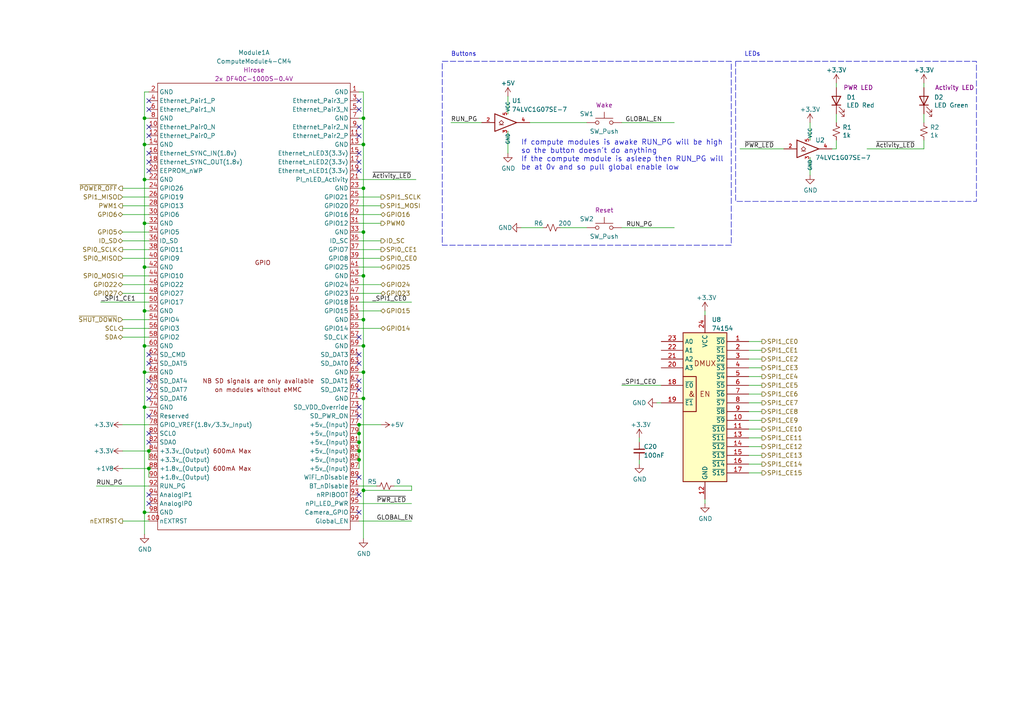
<source format=kicad_sch>
(kicad_sch (version 20230121) (generator eeschema)
  (paper "A4")
  (lib_symbols
    (symbol "74lvc1g07:74LVC1G07"
      (property "Reference" "U" (at -2.54 3.81 0))
      (property "Value" "74LVC1G07" (at 0 -3.81 0))
      (symbol "74LVC1G07_0_1"
        (polyline (pts (xy -2.54 -0.635) (xy -1.27 -0.635)))
        (polyline (pts (xy -3.81 2.54) (xy -3.81 -2.54) (xy 2.54 0) (xy -3.81 2.54)) (stroke (width 0.254)))
        (polyline (pts (xy -1.905 0.635) (xy -2.54 0) (xy -1.905 -0.635) (xy -1.27 0) (xy -1.905 0.635)))
      )
      (symbol "74LVC1G07_1_1"
        (pin input line (at -7.62 0 0) (length 3.81) (name "~") (number "2"))
        (pin power_in line (at 0 -2.54 270) (length 0) (name "GND") (number "3"))
        (pin open_collector line (at 6.35 0 180) (length 3.81) (name "~") (number "4"))
        (pin power_in line (at 0 2.54 90) (length 0) (name "VCC") (number "5"))
      )
    )
    (symbol "74xx_IEEE:74154"
      (property "Reference" "U" (at 6.35 25.4 0))
      (property "Value" "74154" (at 7.62 -21.59 0))
      (symbol "74154_0_0"
        (rectangle (start -6.35 22.86) (end 6.35 -20.32) (stroke (width 0.254)) (fill (type background)))
        (polyline (pts (xy -6.35 10.16) (xy -2.54 10.16) (xy -2.54 0) (xy -6.35 0) (xy -6.35 0)) (stroke (width 0.254)) (fill (type background)))
        (text "&" (at -3.81 5.08 0) (effects (font (size 1.524 1.524))))
        (text "DMUX" (at 0 13.97 0) (effects (font (size 1.524 1.524))))
        (text "EN" (at 0 5.08 0) (effects (font (size 1.524 1.524))))
        (pin power_in line (at 0 -25.4 90) (length 5.08) (name "GND") (number "12"))
        (pin power_in line (at 0 27.94 270) (length 5.08) (name "VCC") (number "24"))
      )
      (symbol "74154_1_1"
        (pin output line (at 12.7 20.32 180) (length 6.35) (name "~{S0}") (number "1"))
        (pin output line (at 12.7 -2.54 180) (length 6.35) (name "~{S9}") (number "10"))
        (pin output line (at 12.7 -5.08 180) (length 6.35) (name "~{S10}") (number "11"))
        (pin output line (at 12.7 -7.62 180) (length 6.35) (name "~{S11}") (number "13"))
        (pin output line (at 12.7 -10.16 180) (length 6.35) (name "~{S12}") (number "14"))
        (pin input line (at 12.7 -12.7 180) (length 6.35) (name "~{S13}") (number "15"))
        (pin output line (at 12.7 -15.24 180) (length 6.35) (name "~{S14}") (number "16"))
        (pin output line (at 12.7 -17.78 180) (length 6.35) (name "~{S15}") (number "17"))
        (pin input line (at -12.7 7.62 0) (length 6.35) (name "~{E0}") (number "18"))
        (pin input line (at -12.7 2.54 0) (length 6.35) (name "~{E1}") (number "19"))
        (pin output line (at 12.7 17.78 180) (length 6.35) (name "~{S1}") (number "2"))
        (pin input line (at -12.7 12.7 0) (length 6.35) (name "A3") (number "20"))
        (pin input line (at -12.7 15.24 0) (length 6.35) (name "A2") (number "21"))
        (pin input line (at -12.7 17.78 0) (length 6.35) (name "A1") (number "22"))
        (pin input line (at -12.7 20.32 0) (length 6.35) (name "A0") (number "23"))
        (pin output line (at 12.7 15.24 180) (length 6.35) (name "~{S2}") (number "3"))
        (pin output line (at 12.7 12.7 180) (length 6.35) (name "~{S3}") (number "4"))
        (pin output line (at 12.7 10.16 180) (length 6.35) (name "~{S4}") (number "5"))
        (pin output line (at 12.7 7.62 180) (length 6.35) (name "~{S5}") (number "6"))
        (pin output line (at 12.7 5.08 180) (length 6.35) (name "~{S6}") (number "7"))
        (pin output line (at 12.7 2.54 180) (length 6.35) (name "~{S7}") (number "8"))
        (pin output line (at 12.7 0 180) (length 6.35) (name "~{S8}") (number "9"))
      )
    )
    (symbol "Device:C_Small" (pin_numbers hide) (pin_names (offset 0.254) hide)
      (property "Reference" "C" (at 0.254 1.778 0))
      (property "Value" "C_Small" (at 0.254 -2.032 0))
      (symbol "C_Small_0_1"
        (polyline (pts (xy -1.524 -0.508) (xy 1.524 -0.508)) (stroke (width 0.3302)))
        (polyline (pts (xy -1.524 0.508) (xy 1.524 0.508)) (stroke (width 0.3048)))
      )
      (symbol "C_Small_1_1"
        (pin passive line (at 0 2.54 270) (length 2.032) (name "~") (number "1"))
        (pin passive line (at 0 -2.54 90) (length 2.032) (name "~") (number "2"))
      )
    )
    (symbol "Device:LED" (pin_numbers hide) (pin_names hide)
      (property "Reference" "D" (at 0 2.54 0))
      (property "Value" "LED" (at 0 -2.54 0))
      (symbol "LED_0_1"
        (polyline (pts (xy -1.27 -1.27) (xy -1.27 1.27)) (stroke (width 0.254)))
        (polyline (pts (xy -1.27 0) (xy 1.27 0)))
        (polyline (pts (xy 1.27 -1.27) (xy 1.27 1.27) (xy -1.27 0) (xy 1.27 -1.27)) (stroke (width 0.254)))
        (polyline (pts (xy -3.048 -0.762) (xy -4.572 -2.286) (xy -3.81 -2.286) (xy -4.572 -2.286) (xy -4.572 -1.524)))
        (polyline (pts (xy -1.778 -0.762) (xy -3.302 -2.286) (xy -2.54 -2.286) (xy -3.302 -2.286) (xy -3.302 -1.524)))
      )
      (symbol "LED_1_1"
        (pin passive line (at -3.81 0 0) (length 2.54) (name "K") (number "1"))
        (pin passive line (at 3.81 0 180) (length 2.54) (name "A") (number "2"))
      )
    )
    (symbol "Device:R_Small_US" (pin_numbers hide) (pin_names (offset 0.254) hide)
      (property "Reference" "R" (at 0.762 0.508 0))
      (property "Value" "R_Small_US" (at 0.762 -1.016 0))
      (symbol "R_Small_US_1_1"
        (polyline (pts (xy 0 0) (xy 1.016 -0.381) (xy 0 -0.762) (xy -1.016 -1.143) (xy 0 -1.524)))
        (polyline (pts (xy 0 1.524) (xy 1.016 1.143) (xy 0 0.762) (xy -1.016 0.381) (xy 0 0)))
        (pin passive line (at 0 2.54 270) (length 1.016) (name "~") (number "1"))
        (pin passive line (at 0 -2.54 90) (length 1.016) (name "~") (number "2"))
      )
    )
    (symbol "GND_1" (power) (pin_names (offset 0))
      (property "Value" "GND_1" (at 0 -3.81 0))
      (symbol "GND_1_0_1"
        (polyline (pts (xy 0 0) (xy 0 -1.27) (xy 1.27 -1.27) (xy 0 -2.54) (xy -1.27 -1.27) (xy 0 -1.27)))
      )
      (symbol "GND_1_1_1"
        (pin power_in line (at 0 0 270) (length 0) hide (name "GND") (number "1"))
      )
    )
    (symbol "Switch:SW_Push" (pin_numbers hide) (pin_names (offset 1.016) hide)
      (property "Reference" "SW" (at 1.27 2.54 0))
      (property "Value" "SW_Push" (at 0 -1.524 0))
      (symbol "SW_Push_0_1"
        (circle (center -2.032 0) (radius 0.508))
        (polyline (pts (xy 0 1.27) (xy 0 3.048)))
        (polyline (pts (xy 2.54 1.27) (xy -2.54 1.27)))
        (circle (center 2.032 0) (radius 0.508))
        (pin passive line (at -5.08 0 0) (length 2.54) (name "1") (number "1"))
        (pin passive line (at 5.08 0 180) (length 2.54) (name "2") (number "2"))
      )
    )
    (symbol "cm4:ComputeModule4-CM4"
      (property "Reference" "Module" (at 113.03 -68.58 0))
      (property "Value" "ComputeModule4-CM4" (at 140.97 2.54 0))
      (property "Field4" "Hirose" (at 0 0 0))
      (property "Field5" "2x DF40C-100DS-0.4V" (at 0 -2.54 0))
      (symbol "ComputeModule4-CM4_1_0"
        (text "GPIO" (at 0 6.35 0) (effects (font (size 1.27 1.27))))
      )
      (symbol "ComputeModule4-CM4_1_1"
        (rectangle (start -30.48 -71.12) (end 25.4 58.42))
        (text "600mA Max" (at -8.89 -53.34 0) (effects (font (size 1.27 1.27))))
        (text "600mA Max" (at -8.89 -48.26 0) (effects (font (size 1.27 1.27))))
        (text "NB SD signals are only available" (at -1.27 -27.94 0) (effects (font (size 1.27 1.27))))
        (text "on modules without eMMC" (at -1.27 -30.48 0) (effects (font (size 1.27 1.27))))
        (pin power_in line (at 27.94 55.88 180) (length 2.54) (name "GND") (number "1"))
        (pin passive line (at -33.02 45.72 0) (length 2.54) (name "Ethernet_Pair0_N") (number "10"))
        (pin output line (at -33.02 -68.58 0) (length 2.54) (name "nEXTRST") (number "100"))
        (pin passive line (at 27.94 43.18 180) (length 2.54) (name "Ethernet_Pair2_P") (number "11"))
        (pin passive line (at -33.02 43.18 0) (length 2.54) (name "Ethernet_Pair0_P") (number "12"))
        (pin power_in line (at 27.94 40.64 180) (length 2.54) (name "GND") (number "13"))
        (pin power_in line (at -33.02 40.64 0) (length 2.54) (name "GND") (number "14"))
        (pin output line (at 27.94 38.1 180) (length 2.54) (name "Ethernet_nLED3(3.3v)") (number "15"))
        (pin input line (at -33.02 38.1 0) (length 2.54) (name "Ethernet_SYNC_IN(1.8v)") (number "16"))
        (pin output line (at 27.94 35.56 180) (length 2.54) (name "Ethernet_nLED2(3.3v)") (number "17"))
        (pin input line (at -33.02 35.56 0) (length 2.54) (name "Ethernet_SYNC_OUT(1.8v)") (number "18"))
        (pin output line (at 27.94 33.02 180) (length 2.54) (name "Ethernet_nLED1(3.3v)") (number "19"))
        (pin power_in line (at -33.02 55.88 0) (length 2.54) (name "GND") (number "2"))
        (pin passive line (at -33.02 33.02 0) (length 2.54) (name "EEPROM_nWP") (number "20"))
        (pin open_collector line (at 27.94 30.48 180) (length 2.54) (name "PI_nLED_Activity") (number "21"))
        (pin power_in line (at -33.02 30.48 0) (length 2.54) (name "GND") (number "22"))
        (pin power_in line (at 27.94 27.94 180) (length 2.54) (name "GND") (number "23"))
        (pin passive line (at -33.02 27.94 0) (length 2.54) (name "GPIO26") (number "24"))
        (pin passive line (at 27.94 25.4 180) (length 2.54) (name "GPIO21") (number "25"))
        (pin passive line (at -33.02 25.4 0) (length 2.54) (name "GPIO19") (number "26"))
        (pin passive line (at 27.94 22.86 180) (length 2.54) (name "GPIO20") (number "27"))
        (pin passive line (at -33.02 22.86 0) (length 2.54) (name "GPIO13") (number "28"))
        (pin passive line (at 27.94 20.32 180) (length 2.54) (name "GPIO16") (number "29"))
        (pin passive line (at 27.94 53.34 180) (length 2.54) (name "Ethernet_Pair3_P") (number "3"))
        (pin passive line (at -33.02 20.32 0) (length 2.54) (name "GPIO6") (number "30"))
        (pin passive line (at 27.94 17.78 180) (length 2.54) (name "GPIO12") (number "31"))
        (pin power_in line (at -33.02 17.78 0) (length 2.54) (name "GND") (number "32"))
        (pin power_in line (at 27.94 15.24 180) (length 2.54) (name "GND") (number "33"))
        (pin passive line (at -33.02 15.24 0) (length 2.54) (name "GPIO5") (number "34"))
        (pin passive line (at 27.94 12.7 180) (length 2.54) (name "ID_SC") (number "35"))
        (pin passive line (at -33.02 12.7 0) (length 2.54) (name "ID_SD") (number "36"))
        (pin passive line (at 27.94 10.16 180) (length 2.54) (name "GPIO7") (number "37"))
        (pin passive line (at -33.02 10.16 0) (length 2.54) (name "GPIO11") (number "38"))
        (pin passive line (at 27.94 7.62 180) (length 2.54) (name "GPIO8") (number "39"))
        (pin passive line (at -33.02 53.34 0) (length 2.54) (name "Ethernet_Pair1_P") (number "4"))
        (pin passive line (at -33.02 7.62 0) (length 2.54) (name "GPIO9") (number "40"))
        (pin passive line (at 27.94 5.08 180) (length 2.54) (name "GPIO25") (number "41"))
        (pin power_in line (at -33.02 5.08 0) (length 2.54) (name "GND") (number "42"))
        (pin power_in line (at 27.94 2.54 180) (length 2.54) (name "GND") (number "43"))
        (pin passive line (at -33.02 2.54 0) (length 2.54) (name "GPIO10") (number "44"))
        (pin passive line (at 27.94 0 180) (length 2.54) (name "GPIO24") (number "45"))
        (pin passive line (at -33.02 0 0) (length 2.54) (name "GPIO22") (number "46"))
        (pin passive line (at 27.94 -2.54 180) (length 2.54) (name "GPIO23") (number "47"))
        (pin passive line (at -33.02 -2.54 0) (length 2.54) (name "GPIO27") (number "48"))
        (pin passive line (at 27.94 -5.08 180) (length 2.54) (name "GPIO18") (number "49"))
        (pin passive line (at 27.94 50.8 180) (length 2.54) (name "Ethernet_Pair3_N") (number "5"))
        (pin passive line (at -33.02 -5.08 0) (length 2.54) (name "GPIO17") (number "50"))
        (pin passive line (at 27.94 -7.62 180) (length 2.54) (name "GPIO15") (number "51"))
        (pin power_in line (at -33.02 -7.62 0) (length 2.54) (name "GND") (number "52"))
        (pin power_in line (at 27.94 -10.16 180) (length 2.54) (name "GND") (number "53"))
        (pin passive line (at -33.02 -10.16 0) (length 2.54) (name "GPIO4") (number "54"))
        (pin passive line (at 27.94 -12.7 180) (length 2.54) (name "GPIO14") (number "55"))
        (pin passive line (at -33.02 -12.7 0) (length 2.54) (name "GPIO3") (number "56"))
        (pin passive line (at 27.94 -15.24 180) (length 2.54) (name "SD_CLK") (number "57"))
        (pin passive line (at -33.02 -15.24 0) (length 2.54) (name "GPIO2") (number "58"))
        (pin power_in line (at 27.94 -17.78 180) (length 2.54) (name "GND") (number "59"))
        (pin passive line (at -33.02 50.8 0) (length 2.54) (name "Ethernet_Pair1_N") (number "6"))
        (pin power_in line (at -33.02 -17.78 0) (length 2.54) (name "GND") (number "60"))
        (pin passive line (at 27.94 -20.32 180) (length 2.54) (name "SD_DAT3") (number "61"))
        (pin passive line (at -33.02 -20.32 0) (length 2.54) (name "SD_CMD") (number "62"))
        (pin passive line (at 27.94 -22.86 180) (length 2.54) (name "SD_DAT0") (number "63"))
        (pin passive line (at -33.02 -22.86 0) (length 2.54) (name "SD_DAT5") (number "64"))
        (pin power_in line (at 27.94 -25.4 180) (length 2.54) (name "GND") (number "65"))
        (pin power_in line (at -33.02 -25.4 0) (length 2.54) (name "GND") (number "66"))
        (pin passive line (at 27.94 -27.94 180) (length 2.54) (name "SD_DAT1") (number "67"))
        (pin passive line (at -33.02 -27.94 0) (length 2.54) (name "SD_DAT4") (number "68"))
        (pin passive line (at 27.94 -30.48 180) (length 2.54) (name "SD_DAT2") (number "69"))
        (pin power_in line (at 27.94 48.26 180) (length 2.54) (name "GND") (number "7"))
        (pin passive line (at -33.02 -30.48 0) (length 2.54) (name "SD_DAT7") (number "70"))
        (pin power_in line (at 27.94 -33.02 180) (length 2.54) (name "GND") (number "71"))
        (pin passive line (at -33.02 -33.02 0) (length 2.54) (name "SD_DAT6") (number "72"))
        (pin input line (at 27.94 -35.56 180) (length 2.54) (name "SD_VDD_Override") (number "73"))
        (pin power_in line (at -33.02 -35.56 0) (length 2.54) (name "GND") (number "74"))
        (pin output line (at 27.94 -38.1 180) (length 2.54) (name "SD_PWR_ON") (number "75"))
        (pin passive line (at -33.02 -38.1 0) (length 2.54) (name "Reserved") (number "76"))
        (pin power_in line (at 27.94 -40.64 180) (length 2.54) (name "+5v_(Input)") (number "77"))
        (pin power_in line (at -33.02 -40.64 0) (length 2.54) (name "GPIO_VREF(1.8v/3.3v_Input)") (number "78"))
        (pin power_in line (at 27.94 -43.18 180) (length 2.54) (name "+5v_(Input)") (number "79"))
        (pin power_in line (at -33.02 48.26 0) (length 2.54) (name "GND") (number "8"))
        (pin passive line (at -33.02 -43.18 0) (length 2.54) (name "SCL0") (number "80"))
        (pin power_in line (at 27.94 -45.72 180) (length 2.54) (name "+5v_(Input)") (number "81"))
        (pin passive line (at -33.02 -45.72 0) (length 2.54) (name "SDA0") (number "82"))
        (pin power_in line (at 27.94 -48.26 180) (length 2.54) (name "+5v_(Input)") (number "83"))
        (pin power_out line (at -33.02 -48.26 0) (length 2.54) (name "+3.3v_(Output)") (number "84"))
        (pin power_in line (at 27.94 -50.8 180) (length 2.54) (name "+5v_(Input)") (number "85"))
        (pin power_out line (at -33.02 -50.8 0) (length 2.54) (name "+3.3v_(Output)") (number "86"))
        (pin power_in line (at 27.94 -53.34 180) (length 2.54) (name "+5v_(Input)") (number "87"))
        (pin power_out line (at -33.02 -53.34 0) (length 2.54) (name "+1.8v_(Output)") (number "88"))
        (pin power_in line (at 27.94 -55.88 180) (length 2.54) (name "WiFi_nDisable") (number "89"))
        (pin passive line (at 27.94 45.72 180) (length 2.54) (name "Ethernet_Pair2_N") (number "9"))
        (pin power_out line (at -33.02 -55.88 0) (length 2.54) (name "+1.8v_(Output)") (number "90"))
        (pin power_in line (at 27.94 -58.42 180) (length 2.54) (name "BT_nDisable") (number "91"))
        (pin passive line (at -33.02 -58.42 0) (length 2.54) (name "RUN_PG") (number "92"))
        (pin input line (at 27.94 -60.96 180) (length 2.54) (name "nRPIBOOT") (number "93"))
        (pin passive line (at -33.02 -60.96 0) (length 2.54) (name "AnalogIP1") (number "94"))
        (pin output line (at 27.94 -63.5 180) (length 2.54) (name "nPI_LED_PWR") (number "95"))
        (pin passive line (at -33.02 -63.5 0) (length 2.54) (name "AnalogIP0") (number "96"))
        (pin passive line (at 27.94 -66.04 180) (length 2.54) (name "Camera_GPIO") (number "97"))
        (pin power_in line (at -33.02 -66.04 0) (length 2.54) (name "GND") (number "98"))
        (pin input line (at 27.94 -68.58 180) (length 2.54) (name "Global_EN") (number "99"))
      )
      (symbol "ComputeModule4-CM4_2_1"
        (rectangle (start 114.3 -66.04) (end 165.1 63.5))
        (text "High Speed Serial" (at 140.97 0 0) (effects (font (size 1.27 1.27))))
        (pin input line (at 170.18 60.96 180) (length 5.08) (name "USB_OTG_ID") (number "101"))
        (pin input line (at 109.22 60.96 0) (length 5.08) (name "PCIe_CLK_nREQ") (number "102"))
        (pin passive line (at 170.18 58.42 180) (length 5.08) (name "USB2_N") (number "103"))
        (pin passive line (at 109.22 58.42 0) (length 5.08) (name "Reserved") (number "104"))
        (pin passive line (at 170.18 55.88 180) (length 5.08) (name "USB2_P") (number "105"))
        (pin passive line (at 109.22 55.88 0) (length 5.08) (name "Reserved") (number "106"))
        (pin power_in line (at 170.18 53.34 180) (length 5.08) (name "GND") (number "107"))
        (pin power_in line (at 109.22 53.34 0) (length 5.08) (name "GND") (number "108"))
        (pin bidirectional line (at 170.18 50.8 180) (length 5.08) (name "PCIe_nRST") (number "109"))
        (pin output line (at 109.22 50.8 0) (length 5.08) (name "PCIe_CLK_P") (number "110"))
        (pin passive line (at 170.18 48.26 180) (length 5.08) (name "VDAC_COMP") (number "111"))
        (pin output line (at 109.22 48.26 0) (length 5.08) (name "PCIe_CLK_N") (number "112"))
        (pin power_in line (at 170.18 45.72 180) (length 5.08) (name "GND") (number "113"))
        (pin power_in line (at 109.22 45.72 0) (length 5.08) (name "GND") (number "114"))
        (pin input line (at 170.18 43.18 180) (length 5.08) (name "CAM1_D0_N") (number "115"))
        (pin input line (at 109.22 43.18 0) (length 5.08) (name "PCIe_RX_P") (number "116"))
        (pin input line (at 170.18 40.64 180) (length 5.08) (name "CAM1_D0_P") (number "117"))
        (pin input line (at 109.22 40.64 0) (length 5.08) (name "PCIe_RX_N") (number "118"))
        (pin power_in line (at 170.18 38.1 180) (length 5.08) (name "GND") (number "119"))
        (pin power_in line (at 109.22 38.1 0) (length 5.08) (name "GND") (number "120"))
        (pin input line (at 170.18 35.56 180) (length 5.08) (name "CAM1_D1_N") (number "121"))
        (pin output line (at 109.22 35.56 0) (length 5.08) (name "PCIe_TX_P") (number "122"))
        (pin input line (at 170.18 33.02 180) (length 5.08) (name "CAM1_D1_P") (number "123"))
        (pin output line (at 109.22 33.02 0) (length 5.08) (name "PCIe_TX_N") (number "124"))
        (pin power_in line (at 170.18 30.48 180) (length 5.08) (name "GND") (number "125"))
        (pin power_in line (at 109.22 30.48 0) (length 5.08) (name "GND") (number "126"))
        (pin input line (at 170.18 27.94 180) (length 5.08) (name "CAM1_C_N") (number "127"))
        (pin input line (at 109.22 27.94 0) (length 5.08) (name "CAM0_D0_N") (number "128"))
        (pin input line (at 170.18 25.4 180) (length 5.08) (name "CAM1_C_P") (number "129"))
        (pin input line (at 109.22 25.4 0) (length 5.08) (name "CAM0_D0_P") (number "130"))
        (pin power_in line (at 170.18 22.86 180) (length 5.08) (name "GND") (number "131"))
        (pin power_in line (at 109.22 22.86 0) (length 5.08) (name "GND") (number "132"))
        (pin input line (at 170.18 20.32 180) (length 5.08) (name "CAM1_D2_N") (number "133"))
        (pin input line (at 109.22 20.32 0) (length 5.08) (name "CAM0_D1_N") (number "134"))
        (pin input line (at 170.18 17.78 180) (length 5.08) (name "CAM1_D2_P") (number "135"))
        (pin input line (at 109.22 17.78 0) (length 5.08) (name "CAM0_D1_P") (number "136"))
        (pin power_in line (at 170.18 15.24 180) (length 5.08) (name "GND") (number "137"))
        (pin power_in line (at 109.22 15.24 0) (length 5.08) (name "GND") (number "138"))
        (pin input line (at 170.18 12.7 180) (length 5.08) (name "CAM1_D3_N") (number "139"))
        (pin input line (at 109.22 12.7 0) (length 5.08) (name "CAM0_C_N") (number "140"))
        (pin input line (at 170.18 10.16 180) (length 5.08) (name "CAM1_D3_P") (number "141"))
        (pin input line (at 109.22 10.16 0) (length 5.08) (name "CAM0_C_P") (number "142"))
        (pin input line (at 170.18 7.62 180) (length 5.08) (name "HDMI1_HOTPLUG") (number "143"))
        (pin power_in line (at 109.22 7.62 0) (length 5.08) (name "GND") (number "144"))
        (pin bidirectional line (at 170.18 5.08 180) (length 5.08) (name "HDMI1_SDA") (number "145"))
        (pin output line (at 109.22 5.08 0) (length 5.08) (name "HDMI1_TX2_P") (number "146"))
        (pin open_collector line (at 170.18 2.54 180) (length 5.08) (name "HDMI1_SCL") (number "147"))
        (pin output line (at 109.22 2.54 0) (length 5.08) (name "HDMI1_TX2_N") (number "148"))
        (pin open_collector line (at 170.18 0 180) (length 5.08) (name "HDMI1_CEC") (number "149"))
        (pin power_in line (at 109.22 0 0) (length 5.08) (name "GND") (number "150"))
        (pin open_collector line (at 170.18 -2.54 180) (length 5.08) (name "HDMI0_CEC") (number "151"))
        (pin output line (at 109.22 -2.54 0) (length 5.08) (name "HDMI1_TX1_P") (number "152"))
        (pin input line (at 170.18 -5.08 180) (length 5.08) (name "HDMI0_HOTPLUG") (number "153"))
        (pin output line (at 109.22 -5.08 0) (length 5.08) (name "HDMI1_TX1_N") (number "154"))
        (pin power_in line (at 170.18 -7.62 180) (length 5.08) (name "GND") (number "155"))
        (pin power_in line (at 109.22 -7.62 0) (length 5.08) (name "GND") (number "156"))
        (pin output line (at 170.18 -10.16 180) (length 5.08) (name "DSI0_D0_N") (number "157"))
        (pin output line (at 109.22 -10.16 0) (length 5.08) (name "HDMI1_TX0_P") (number "158"))
        (pin output line (at 170.18 -12.7 180) (length 5.08) (name "DSI0_D0_P") (number "159"))
        (pin output line (at 109.22 -12.7 0) (length 5.08) (name "HDMI1_TX0_N") (number "160"))
        (pin power_in line (at 170.18 -15.24 180) (length 5.08) (name "GND") (number "161"))
        (pin power_in line (at 109.22 -15.24 0) (length 5.08) (name "GND") (number "162"))
        (pin output line (at 170.18 -17.78 180) (length 5.08) (name "DSI0_D1_N") (number "163"))
        (pin output line (at 109.22 -17.78 0) (length 5.08) (name "HDMI1_CLK_P") (number "164"))
        (pin output line (at 170.18 -20.32 180) (length 5.08) (name "DSI0_D1_P") (number "165"))
        (pin output line (at 109.22 -20.32 0) (length 5.08) (name "HDMI1_CLK_N") (number "166"))
        (pin power_in line (at 170.18 -22.86 180) (length 5.08) (name "GND") (number "167"))
        (pin power_in line (at 109.22 -22.86 0) (length 5.08) (name "GND") (number "168"))
        (pin output line (at 170.18 -25.4 180) (length 5.08) (name "DSI0_C_N") (number "169"))
        (pin output line (at 109.22 -25.4 0) (length 5.08) (name "HDMI0_TX2_P") (number "170"))
        (pin output line (at 170.18 -27.94 180) (length 5.08) (name "DSI0_C_P") (number "171"))
        (pin output line (at 109.22 -27.94 0) (length 5.08) (name "HDMI0_TX2_N") (number "172"))
        (pin power_in line (at 170.18 -30.48 180) (length 5.08) (name "GND") (number "173"))
        (pin power_in line (at 109.22 -30.48 0) (length 5.08) (name "GND") (number "174"))
        (pin output line (at 170.18 -33.02 180) (length 5.08) (name "DSI1_D0_N") (number "175"))
        (pin output line (at 109.22 -33.02 0) (length 5.08) (name "HDMI0_TX1_P") (number "176"))
        (pin output line (at 170.18 -35.56 180) (length 5.08) (name "DSI1_D0_P") (number "177"))
        (pin output line (at 109.22 -35.56 0) (length 5.08) (name "HDMI0_TX1_N") (number "178"))
        (pin power_in line (at 170.18 -38.1 180) (length 5.08) (name "GND") (number "179"))
        (pin power_in line (at 109.22 -38.1 0) (length 5.08) (name "GND") (number "180"))
        (pin output line (at 170.18 -40.64 180) (length 5.08) (name "DSI1_D1_N") (number "181"))
        (pin output line (at 109.22 -40.64 0) (length 5.08) (name "HDMI0_TX0_P") (number "182"))
        (pin output line (at 170.18 -43.18 180) (length 5.08) (name "DSI1_D1_P") (number "183"))
        (pin output line (at 109.22 -43.18 0) (length 5.08) (name "HDMI0_TX0_N") (number "184"))
        (pin power_in line (at 170.18 -45.72 180) (length 5.08) (name "GND") (number "185"))
        (pin power_in line (at 109.22 -45.72 0) (length 5.08) (name "GND") (number "186"))
        (pin output line (at 170.18 -48.26 180) (length 5.08) (name "DSI1_C_N") (number "187"))
        (pin output line (at 109.22 -48.26 0) (length 5.08) (name "HDMI0_CLK_P") (number "188"))
        (pin output line (at 170.18 -50.8 180) (length 5.08) (name "DSI1_C_P") (number "189"))
        (pin output line (at 109.22 -50.8 0) (length 5.08) (name "HDMI0_CLK_N") (number "190"))
        (pin power_in line (at 170.18 -53.34 180) (length 5.08) (name "GND") (number "191"))
        (pin power_in line (at 109.22 -53.34 0) (length 5.08) (name "GND") (number "192"))
        (pin output line (at 170.18 -55.88 180) (length 5.08) (name "DSI1_D2_N") (number "193"))
        (pin output line (at 109.22 -55.88 0) (length 5.08) (name "DSI1_D3_N") (number "194"))
        (pin output line (at 170.18 -58.42 180) (length 5.08) (name "DSI1_D2_P") (number "195"))
        (pin output line (at 109.22 -58.42 0) (length 5.08) (name "DSI1_D3_P") (number "196"))
        (pin power_in line (at 170.18 -60.96 180) (length 5.08) (name "GND") (number "197"))
        (pin power_in line (at 109.22 -60.96 0) (length 5.08) (name "GND") (number "198"))
        (pin bidirectional line (at 170.18 -63.5 180) (length 5.08) (name "HDMI0_SDA") (number "199"))
        (pin open_collector line (at 109.22 -63.5 0) (length 5.08) (name "HDMI0_SCL") (number "200"))
      )
    )
    (symbol "power:+1V8" (power) (pin_names (offset 0))
      (property "Value" "+1V8" (at 0 3.556 0))
      (symbol "+1V8_0_1"
        (polyline (pts (xy -0.762 1.27) (xy 0 2.54)))
        (polyline (pts (xy 0 0) (xy 0 2.54)))
        (polyline (pts (xy 0 2.54) (xy 0.762 1.27)))
      )
      (symbol "+1V8_1_1"
        (pin power_in line (at 0 0 90) (length 0) hide (name "+1V8") (number "1"))
      )
    )
    (symbol "power:+3.3V" (power) (pin_names (offset 0))
      (property "Value" "+3.3V" (at 0 3.556 0))
      (symbol "+3.3V_0_1"
        (polyline (pts (xy -0.762 1.27) (xy 0 2.54)))
        (polyline (pts (xy 0 0) (xy 0 2.54)))
        (polyline (pts (xy 0 2.54) (xy 0.762 1.27)))
      )
      (symbol "+3.3V_1_1"
        (pin power_in line (at 0 0 90) (length 0) hide (name "+3.3V") (number "1"))
      )
    )
    (symbol "power:+5V" (power) (pin_names (offset 0))
      (property "Value" "+5V" (at 0 3.556 0))
      (symbol "+5V_0_1"
        (polyline (pts (xy -0.762 1.27) (xy 0 2.54)))
        (polyline (pts (xy 0 0) (xy 0 2.54)))
        (polyline (pts (xy 0 2.54) (xy 0.762 1.27)))
      )
      (symbol "+5V_1_1"
        (pin power_in line (at 0 0 90) (length 0) hide (name "+5V") (number "1"))
      )
    )
    (symbol "power:GND" (power) (pin_names (offset 0))
      (property "Value" "GND" (at 0 -3.81 0))
      (symbol "GND_0_1"
        (polyline (pts (xy 0 0) (xy 0 -1.27) (xy 1.27 -1.27) (xy 0 -2.54) (xy -1.27 -1.27) (xy 0 -1.27)))
      )
      (symbol "GND_1_1"
        (pin power_in line (at 0 0 270) (length 0) hide (name "GND") (number "1"))
      )
    )
  )
  (junction (at 41.91 118.11))
  (junction (at 41.91 107.95))
  (junction (at 105.41 67.31))
  (junction (at 41.91 41.91))
  (junction (at 105.41 41.91))
  (junction (at 105.41 115.57))
  (junction (at 105.41 142.24))
  (junction (at 41.91 64.77))
  (junction (at 41.91 90.17))
  (junction (at 105.41 80.01))
  (junction (at 104.14 133.35))
  (junction (at 41.91 148.59))
  (junction (at 105.41 34.29))
  (junction (at 104.14 130.81))
  (junction (at 41.91 100.33))
  (junction (at 105.41 54.61))
  (junction (at 104.14 128.27))
  (junction (at 41.91 77.47))
  (junction (at 105.41 107.95))
  (junction (at 105.41 100.33))
  (junction (at 105.41 92.71))
  (junction (at 41.91 34.29))
  (junction (at 104.14 125.73))
  (junction (at 104.14 123.19))
  (junction (at 41.91 52.07))
  (junction (at 43.18 135.89))
  (junction (at 43.18 130.81))
  (no_connect (at 104.14 113.03))
  (no_connect (at 104.14 120.65))
  (no_connect (at 43.18 46.99))
  (no_connect (at 104.14 97.79))
  (no_connect (at 43.18 105.41))
  (no_connect (at 104.14 148.59))
  (no_connect (at 43.18 49.53))
  (no_connect (at 43.18 120.65))
  (no_connect (at 43.18 113.03))
  (no_connect (at 104.14 46.99))
  (no_connect (at 104.14 36.83))
  (no_connect (at 43.18 110.49))
  (no_connect (at 104.14 110.49))
  (no_connect (at 104.14 29.21))
  (no_connect (at 104.14 118.11))
  (no_connect (at 43.18 29.21))
  (no_connect (at 43.18 44.45))
  (no_connect (at 104.14 143.51))
  (no_connect (at 104.14 31.75))
  (no_connect (at 43.18 146.05))
  (no_connect (at 104.14 49.53))
  (no_connect (at 43.18 102.87))
  (no_connect (at 104.14 39.37))
  (no_connect (at 104.14 44.45))
  (no_connect (at 104.14 102.87))
  (no_connect (at 43.18 115.57))
  (no_connect (at 43.18 36.83))
  (no_connect (at 43.18 31.75))
  (no_connect (at 43.18 125.73))
  (no_connect (at 104.14 138.43))
  (no_connect (at 104.14 105.41))
  (no_connect (at 43.18 39.37))
  (no_connect (at 43.18 128.27))
  (no_connect (at 43.18 143.51))
  (wire (pts (xy 41.91 64.77) (xy 41.91 77.47)))
  (wire (pts (xy 104.14 34.29) (xy 105.41 34.29)))
  (wire (pts (xy 105.41 41.91) (xy 105.41 54.61)))
  (wire (pts (xy 119.38 142.24) (xy 105.41 142.24)))
  (wire (pts (xy 214.63 43.18) (xy 227.33 43.18)))
  (wire (pts (xy 41.91 90.17) (xy 43.18 90.17)))
  (wire (pts (xy 185.42 127) (xy 185.42 128.27)))
  (wire (pts (xy 147.32 27.94) (xy 147.32 33.02)))
  (wire (pts (xy 105.41 100.33) (xy 105.41 107.95)))
  (wire (pts (xy 104.14 57.15) (xy 110.49 57.15)))
  (wire (pts (xy 35.56 57.15) (xy 43.18 57.15)))
  (wire (pts (xy 217.17 106.68) (xy 220.98 106.68)))
  (wire (pts (xy 267.97 24.13) (xy 267.97 25.4)))
  (wire (pts (xy 41.91 52.07) (xy 43.18 52.07)))
  (wire (pts (xy 217.17 119.38) (xy 220.98 119.38)))
  (wire (pts (xy 217.17 104.14) (xy 220.98 104.14)))
  (wire (pts (xy 35.56 135.89) (xy 43.18 135.89)))
  (wire (pts (xy 119.38 140.97) (xy 114.3 140.97)))
  (wire (pts (xy 27.94 140.97) (xy 43.18 140.97)))
  (wire (pts (xy 104.14 74.93) (xy 110.49 74.93)))
  (wire (pts (xy 104.14 26.67) (xy 105.41 26.67)))
  (wire (pts (xy 104.14 62.23) (xy 110.49 62.23)))
  (wire (pts (xy 204.47 144.78) (xy 204.47 146.05)))
  (wire (pts (xy 35.56 82.55) (xy 43.18 82.55)))
  (wire (pts (xy 217.17 109.22) (xy 220.98 109.22)))
  (wire (pts (xy 105.41 115.57) (xy 105.41 142.24)))
  (wire (pts (xy 43.18 130.81) (xy 43.18 133.35)))
  (wire (pts (xy 242.57 24.13) (xy 242.57 25.4)))
  (wire (pts (xy 35.56 85.09) (xy 43.18 85.09)))
  (wire (pts (xy 217.17 129.54) (xy 220.98 129.54)))
  (wire (pts (xy 104.14 133.35) (xy 104.14 135.89)))
  (wire (pts (xy 104.14 92.71) (xy 105.41 92.71)))
  (wire (pts (xy 267.97 40.64) (xy 267.97 43.18)))
  (wire (pts (xy 267.97 33.02) (xy 267.97 35.56)))
  (wire (pts (xy 119.38 140.97) (xy 119.38 142.24)))
  (wire (pts (xy 104.14 95.25) (xy 110.49 95.25)))
  (wire (pts (xy 104.14 128.27) (xy 104.14 130.81)))
  (wire (pts (xy 104.14 151.13) (xy 119.38 151.13)))
  (wire (pts (xy 104.14 123.19) (xy 110.49 123.19)))
  (wire (pts (xy 104.14 77.47) (xy 110.49 77.47)))
  (wire (pts (xy 104.14 146.05) (xy 119.38 146.05)))
  (wire (pts (xy 242.57 40.64) (xy 242.57 43.18)))
  (wire (pts (xy 105.41 26.67) (xy 105.41 34.29)))
  (wire (pts (xy 35.56 97.79) (xy 43.18 97.79)))
  (wire (pts (xy 41.91 77.47) (xy 43.18 77.47)))
  (wire (pts (xy 41.91 41.91) (xy 41.91 52.07)))
  (wire (pts (xy 104.14 59.69) (xy 110.49 59.69)))
  (wire (pts (xy 180.34 35.56) (xy 195.58 35.56)))
  (wire (pts (xy 251.46 43.18) (xy 267.97 43.18)))
  (wire (pts (xy 217.17 134.62) (xy 220.98 134.62)))
  (wire (pts (xy 190.5 116.84) (xy 191.77 116.84)))
  (wire (pts (xy 41.91 107.95) (xy 41.91 118.11)))
  (wire (pts (xy 151.13 66.04) (xy 157.48 66.04)))
  (wire (pts (xy 104.14 130.81) (xy 104.14 133.35)))
  (wire (pts (xy 105.41 142.24) (xy 105.41 156.21)))
  (wire (pts (xy 104.14 87.63) (xy 119.38 87.63)))
  (wire (pts (xy 104.14 125.73) (xy 104.14 128.27)))
  (wire (pts (xy 41.91 34.29) (xy 41.91 41.91)))
  (wire (pts (xy 41.91 107.95) (xy 43.18 107.95)))
  (wire (pts (xy 35.56 62.23) (xy 43.18 62.23)))
  (wire (pts (xy 104.14 80.01) (xy 105.41 80.01)))
  (wire (pts (xy 217.17 116.84) (xy 220.98 116.84)))
  (wire (pts (xy 217.17 99.06) (xy 220.98 99.06)))
  (wire (pts (xy 41.91 77.47) (xy 41.91 90.17)))
  (wire (pts (xy 104.14 107.95) (xy 105.41 107.95)))
  (wire (pts (xy 41.91 100.33) (xy 41.91 107.95)))
  (wire (pts (xy 180.34 66.04) (xy 195.58 66.04)))
  (wire (pts (xy 41.91 41.91) (xy 43.18 41.91)))
  (wire (pts (xy 105.41 107.95) (xy 105.41 115.57)))
  (wire (pts (xy 217.17 124.46) (xy 220.98 124.46)))
  (wire (pts (xy 217.17 101.6) (xy 220.98 101.6)))
  (wire (pts (xy 105.41 54.61) (xy 105.41 67.31)))
  (wire (pts (xy 35.56 72.39) (xy 43.18 72.39)))
  (wire (pts (xy 105.41 67.31) (xy 105.41 80.01)))
  (wire (pts (xy 35.56 74.93) (xy 43.18 74.93)))
  (wire (pts (xy 35.56 69.85) (xy 43.18 69.85)))
  (wire (pts (xy 41.91 26.67) (xy 41.91 34.29)))
  (wire (pts (xy 217.17 121.92) (xy 220.98 121.92)))
  (wire (pts (xy 35.56 95.25) (xy 43.18 95.25)))
  (wire (pts (xy 204.47 90.17) (xy 204.47 91.44)))
  (wire (pts (xy 217.17 132.08) (xy 220.98 132.08)))
  (wire (pts (xy 153.67 35.56) (xy 170.18 35.56)))
  (wire (pts (xy 35.56 59.69) (xy 43.18 59.69)))
  (wire (pts (xy 35.56 80.01) (xy 43.18 80.01)))
  (wire (pts (xy 234.95 40.64) (xy 234.95 35.56)))
  (wire (pts (xy 35.56 67.31) (xy 43.18 67.31)))
  (wire (pts (xy 104.14 54.61) (xy 105.41 54.61)))
  (wire (pts (xy 35.56 54.61) (xy 43.18 54.61)))
  (wire (pts (xy 217.17 137.16) (xy 220.98 137.16)))
  (wire (pts (xy 104.14 115.57) (xy 105.41 115.57)))
  (wire (pts (xy 180.34 111.76) (xy 191.77 111.76)))
  (wire (pts (xy 43.18 135.89) (xy 43.18 138.43)))
  (wire (pts (xy 35.56 130.81) (xy 43.18 130.81)))
  (wire (pts (xy 217.17 111.76) (xy 220.98 111.76)))
  (wire (pts (xy 41.91 118.11) (xy 43.18 118.11)))
  (wire (pts (xy 43.18 26.67) (xy 41.91 26.67)))
  (wire (pts (xy 104.14 123.19) (xy 104.14 125.73)))
  (wire (pts (xy 130.81 35.56) (xy 139.7 35.56)))
  (wire (pts (xy 41.91 148.59) (xy 41.91 154.94)))
  (wire (pts (xy 104.14 100.33) (xy 105.41 100.33)))
  (wire (pts (xy 41.91 90.17) (xy 41.91 100.33)))
  (wire (pts (xy 147.32 38.1) (xy 147.32 44.45)))
  (wire (pts (xy 41.91 34.29) (xy 43.18 34.29)))
  (wire (pts (xy 104.14 41.91) (xy 105.41 41.91)))
  (wire (pts (xy 242.57 33.02) (xy 242.57 35.56)))
  (wire (pts (xy 41.91 100.33) (xy 43.18 100.33)))
  (wire (pts (xy 217.17 114.3) (xy 220.98 114.3)))
  (wire (pts (xy 104.14 52.07) (xy 120.65 52.07)))
  (wire (pts (xy 105.41 80.01) (xy 105.41 92.71)))
  (wire (pts (xy 104.14 69.85) (xy 110.49 69.85)))
  (wire (pts (xy 104.14 67.31) (xy 105.41 67.31)))
  (wire (pts (xy 104.14 90.17) (xy 110.49 90.17)))
  (wire (pts (xy 185.42 133.35) (xy 185.42 134.62)))
  (wire (pts (xy 35.56 92.71) (xy 43.18 92.71)))
  (wire (pts (xy 35.56 123.19) (xy 43.18 123.19)))
  (wire (pts (xy 104.14 82.55) (xy 110.49 82.55)))
  (wire (pts (xy 105.41 92.71) (xy 105.41 100.33)))
  (wire (pts (xy 104.14 72.39) (xy 110.49 72.39)))
  (wire (pts (xy 41.91 52.07) (xy 41.91 64.77)))
  (wire (pts (xy 242.57 43.18) (xy 241.3 43.18)))
  (wire (pts (xy 41.91 148.59) (xy 43.18 148.59)))
  (wire (pts (xy 29.21 87.63) (xy 43.18 87.63)))
  (wire (pts (xy 104.14 85.09) (xy 110.49 85.09)))
  (wire (pts (xy 162.56 66.04) (xy 170.18 66.04)))
  (wire (pts (xy 105.41 34.29) (xy 105.41 41.91)))
  (wire (pts (xy 104.14 64.77) (xy 110.49 64.77)))
  (wire (pts (xy 234.95 45.72) (xy 234.95 50.8)))
  (wire (pts (xy 217.17 127) (xy 220.98 127)))
  (wire (pts (xy 35.56 151.13) (xy 43.18 151.13)))
  (wire (pts (xy 104.14 140.97) (xy 109.22 140.97)))
  (wire (pts (xy 41.91 64.77) (xy 43.18 64.77)))
  (wire (pts (xy 41.91 118.11) (xy 41.91 148.59)))
  (rectangle (start 213.36 17.78) (end 283.21 58.42) (stroke (width 0) (type dash)))
  (rectangle (start 128.27 17.78) (end 212.09 71.12) (stroke (width 0) (type dash)))
  (text "LEDs" (at 215.9 16.51 0) (effects (font (size 1.27 1.27)) (justify left bottom)))
  (text "Buttons" (at 130.81 16.51 0) (effects (font (size 1.27 1.27)) (justify left bottom)))
  (text "If compute modules is awake RUN_PG will be high\nso the button doesn't do anything\nIf the compute module is asleep then RUN_PG will\nbe at 0v and so pull global enable low" (at 151.13 49.53 0) (effects (font (size 1.5 1.5)) (justify left bottom)))
  (label "~{PWR_LED}" (at 215.9 43.18 0))
  (label "_SPI1_CE1" (at 39.37 87.63 180))
  (label "RUN_PG" (at 35.56 140.97 180))
  (label "_SPI1_CE0" (at 107.95 87.63 0))
  (label "RUN_PG" (at 189.23 66.04 180))
  (label "~{PWR_LED}" (at 109.22 146.05 0))
  (label "GLOBAL_EN" (at 109.22 151.13 0))
  (label "GLOBAL_EN" (at 192.024 35.56 180))
  (label "RUN_PG" (at 138.43 35.56 180))
  (label "~{Activity_LED}" (at 254 43.18 0))
  (label "~{Activity_LED}" (at 107.95 52.07 0))
  (label "_SPI1_CE0" (at 180.34 111.76 0))
  (hierarchical_label "GPIO15" (shape bidirectional) (at 110.49 90.17 0))
  (hierarchical_label "SPI0_SCLK" (shape output) (at 35.56 72.39 180))
  (hierarchical_label "SDA" (shape bidirectional) (at 35.56 97.79 180))
  (hierarchical_label "GPIO6" (shape bidirectional) (at 35.56 62.23 180))
  (hierarchical_label "GPIO16" (shape bidirectional) (at 110.49 62.23 0))
  (hierarchical_label "SPI1_SCLK" (shape output) (at 110.49 57.15 0))
  (hierarchical_label "~{SHUT_DOWN}" (shape input) (at 35.56 92.71 180))
  (hierarchical_label "SPI1_CE11" (shape output) (at 220.98 127 0))
  (hierarchical_label "SPI1_CE4" (shape output) (at 220.98 109.22 0))
  (hierarchical_label "GPIO25" (shape bidirectional) (at 110.49 77.47 0))
  (hierarchical_label "ID_SD" (shape bidirectional) (at 35.56 69.85 180))
  (hierarchical_label "SCL" (shape output) (at 35.56 95.25 180))
  (hierarchical_label "SPI1_CE5" (shape output) (at 220.98 111.76 0))
  (hierarchical_label "nEXTRST" (shape output) (at 35.56 151.13 180))
  (hierarchical_label "GPIO22" (shape bidirectional) (at 35.56 82.55 180))
  (hierarchical_label "GPIO24" (shape bidirectional) (at 110.49 82.55 0))
  (hierarchical_label "SPI1_CE2" (shape output) (at 220.98 104.14 0))
  (hierarchical_label "SPI1_MOSI" (shape output) (at 110.49 59.69 0))
  (hierarchical_label "~{POWER_OFF}" (shape output) (at 35.56 54.61 180))
  (hierarchical_label "PWM1" (shape output) (at 35.56 59.69 180))
  (hierarchical_label "SPI1_CE14" (shape output) (at 220.98 134.62 0))
  (hierarchical_label "GPIO5" (shape bidirectional) (at 35.56 67.31 180))
  (hierarchical_label "GPIO14" (shape bidirectional) (at 110.49 95.25 0))
  (hierarchical_label "ID_SC" (shape output) (at 110.49 69.85 0))
  (hierarchical_label "SPI1_CE7" (shape output) (at 220.98 116.84 0))
  (hierarchical_label "SPI1_CE13" (shape output) (at 220.98 132.08 0))
  (hierarchical_label "SPI1_CE1" (shape output) (at 220.98 101.6 0))
  (hierarchical_label "SPI1_CE8" (shape output) (at 220.98 119.38 0))
  (hierarchical_label "GPIO27" (shape bidirectional) (at 35.56 85.09 180))
  (hierarchical_label "GPIO23" (shape bidirectional) (at 110.49 85.09 0))
  (hierarchical_label "SPI1_MISO" (shape input) (at 35.56 57.15 180))
  (hierarchical_label "SPI0_CE0" (shape output) (at 110.49 74.93 0))
  (hierarchical_label "SPI1_CE15" (shape output) (at 220.98 137.16 0))
  (hierarchical_label "SPI1_CE10" (shape output) (at 220.98 124.46 0))
  (hierarchical_label "SPI1_CE9" (shape output) (at 220.98 121.92 0))
  (hierarchical_label "SPI1_CE12" (shape output) (at 220.98 129.54 0))
  (hierarchical_label "SPI1_CE0" (shape output) (at 220.98 99.06 0))
  (hierarchical_label "SPI0_MOSI" (shape output) (at 35.56 80.01 180))
  (hierarchical_label "SPI1_CE3" (shape output) (at 220.98 106.68 0))
  (hierarchical_label "SPI0_CE1" (shape output) (at 110.49 72.39 0))
  (hierarchical_label "SPI0_MISO" (shape input) (at 35.56 74.93 180))
  (hierarchical_label "PWM0" (shape output) (at 110.49 64.77 0))
  (hierarchical_label "SPI1_CE6" (shape output) (at 220.98 114.3 0))
  (symbol (lib_id "Device:C_Small") (at 185.42 130.81 0) (unit 1)
    (property "Reference" "C20" (at 186.69 129.54 0) (effects (justify left)))
    (property "Value" "100nF" (at 186.69 132.08 0) (effects (justify left)))
    (instances (project "main-board" (path "" (reference "C20") (unit 1)) (path "" (reference "C27") (unit 1))))
  )
  (symbol (lib_id "power:+3.3V") (at 267.97 24.13 0) (unit 1)
    (property "Reference" "#PWR016" (effects hide))
    (property "Value" "+3.3V" (at 267.97 20.32 0))
  )
  (symbol (lib_id "power:+5V") (at 110.49 123.19 270) (unit 1)
    (property "Reference" "#PWR011" (effects hide))
    (property "Value" "+5V" (at 113.03 123.19 90) (effects (justify left)))
  )
  (symbol (lib_id "Switch:SW_Push") (at 175.26 35.56 0) (unit 1)
    (property "Reference" "SW1" (at 170.18 33.02 0))
    (property "Value" "SW_Push" (at 175.26 38.1 0))
    (property "Function" "Wake" (at 175.26 30.48 0))
  )
  (symbol (lib_id "74lvc1g07:74LVC1G07") (at 147.32 35.56 0) (unit 1)
    (property "Reference" "U1" (at 149.86 29.21 0))
    (property "Value" "74LVC1G07SE-7" (at 156.464 31.75 0))
    (property "Footprint" "Package_TO_SOT_SMD:SOT-353_SC-70-5" (effects hide))
    (property "Datasheet" "http://www.ti.com/lit/sg/scyt129e/scyt129e.pdf" (effects hide))
    (property "Field4" "Farnell" (effects hide))
    (property "Field5" "2425492" (effects hide))
    (property "Field6" "74LVC1G07SE-7" (effects hide))
    (property "Field7" "Diodes" (effects hide))
    (property "Part Description" "Buffer, Non-Inverting 1 Element 1 Bit per Element Open Drain Output SOT-353" (effects hide))
    (instances (project "main-board" (path "" (reference "U1") (unit 1)) (path "" (reference "U1") (unit 1))) (project "CM4IOv5" (path "" (reference "U9") (unit 1))))
  )
  (symbol (lib_id "Device:R_Small_US") (at 267.97 38.1 0) (unit 1)
    (property "Reference" "R2" (at 269.748 36.9316 0) (effects (justify left)))
    (property "Value" "1k" (at 269.748 39.243 0) (effects (justify left)))
    (property "Footprint" "Resistor_SMD:R_0402_1005Metric" (effects hide))
    (property "Field4" "Farnell" (effects hide))
    (property "Field5" "9239235" (effects hide))
    (property "Field7" "KOA EUROPE GMBH" (effects hide))
    (property "Field6" "RK73H1ETTP1001F" (effects hide))
    (property "Part Description" "Resistor 1K M1005 1% 63mW" (effects hide))
    (property "Field8" "125049511" (effects hide))
    (instances (project "main-board" (path "" (reference "R2") (unit 1)) (path "" (reference "R2") (unit 1))) (project "CM4IOv5" (path "" (reference "R1") (unit 1))))
  )
  (symbol (lib_name "GND_1") (lib_id "power:GND") (at 151.13 66.04 270) (unit 1)
    (property "Reference" "#PWR017" (effects hide))
    (property "Value" "GND" (at 148.59 66.04 90) (effects (justify right)))
  )
  (symbol (lib_id "Device:R_Small_US") (at 242.57 38.1 0) (unit 1)
    (property "Reference" "R1" (at 244.348 36.9316 0) (effects (justify left)))
    (property "Value" "1k" (at 244.348 39.243 0) (effects (justify left)))
    (property "Footprint" "Resistor_SMD:R_0402_1005Metric" (effects hide))
    (property "Field4" "Farnell" (effects hide))
    (property "Field5" "9239235" (effects hide))
    (property "Field7" "KOA EUROPE GMBH" (effects hide))
    (property "Field6" "RK73H1ETTP1001F" (effects hide))
    (property "Part Description" "Resistor 1K M1005 1% 63mW" (effects hide))
    (property "Field8" "125049511" (effects hide))
    (instances (project "main-board" (path "" (reference "R1") (unit 1)) (path "" (reference "R1") (unit 1))) (project "CM4IOv5" (path "" (reference "R10") (unit 1))))
  )
  (symbol (lib_id "cm4:ComputeModule4-CM4") (at 76.2 82.55 0) (unit 1)
    (property "Reference" "Module1" (at 73.66 15.24 0))
    (property "Value" "ComputeModule4-CM4" (at 73.66 17.78 0))
    (property "Footprint" "rpi-cm4:rpi-cm4" (effects hide))
    (property "Field4" "Hirose" (at 73.66 20.32 0))
    (property "Field5" "2x DF40C-100DS-0.4V" (at 73.66 22.86 0))
  )
  (symbol (lib_id "Device:LED") (at 267.97 29.21 90) (unit 1)
    (property "Reference" "D2" (at 270.9418 28.2194 90) (effects (justify right)))
    (property "Value" "LED Green" (at 270.9418 30.5308 90) (effects (justify right)))
    (property "Footprint" "LED_SMD:LED_0603_1608Metric" (effects hide))
    (property "Datasheet" "http://optoelectronics.liteon.com/upload/download/DS22-2000-226/LTST-S270KGKT.pdf" (effects hide))
    (property "Field4" "Digikey " (effects hide))
    (property "Field5" "LTST-S270KGKT" (effects hide))
    (property "Field6" "SML-A12M8TT86N" (effects hide))
    (property "Field7" "Rohm" (effects hide))
    (property "Field8" "650263301" (effects hide))
    (property "Part Description" "	Green 572nm LED Indication - Discrete 2.2V 2-SMD, No Lead" (effects hide))
    (property "Function" "Activity LED" (at 276.86 25.4 90))
  )
  (symbol (lib_id "power:GND") (at 234.95 50.8 0) (unit 1)
    (property "Reference" "#PWR012" (effects hide))
    (property "Value" "GND" (at 235.077 55.1942 0))
    (instances (project "main-board" (path "" (reference "#PWR012") (unit 1)) (path "" (reference "#PWR012") (unit 1))) (project "CM4IOv5" (path "" (reference "#PWR05") (unit 1))))
  )
  (symbol (lib_id "74xx_IEEE:74154") (at 204.47 119.38 0) (unit 1)
    (property "Reference" "U8" (at 206.4259 92.71 0) (effects (justify left)))
    (property "Value" "74154" (at 206.4259 95.25 0) (effects (justify left)))
    (property "Footprint" "74HC154:DHVQFN24" (effects hide))
    (property "MPN" "74HCT154BQ,118" (effects hide))
  )
  (symbol (lib_id "power:+3.3V") (at 185.42 127 0) (unit 1)
    (property "Reference" "#PWR058" (effects hide))
    (property "Value" "+3.3V" (at 182.88 123.19 0) (effects (justify left)))
  )
  (symbol (lib_id "Switch:SW_Push") (at 175.26 66.04 0) (unit 1)
    (property "Reference" "SW2" (at 170.18 63.5 0))
    (property "Value" "SW_Push" (at 175.26 68.58 0))
    (property "Function" "Reset" (at 175.26 60.96 0))
  )
  (symbol (lib_id "power:+3.3V") (at 242.57 24.13 0) (unit 1)
    (property "Reference" "#PWR013" (effects hide))
    (property "Value" "+3.3V" (at 242.57 20.32 0))
  )
  (symbol (lib_id "Device:R_Small_US") (at 111.76 140.97 90) (unit 1)
    (property "Reference" "R5" (at 107.95 139.7 90))
    (property "Value" "0" (at 115.57 139.7 90))
  )
  (symbol (lib_id "power:GND") (at 204.47 146.05 0) (unit 1)
    (property "Reference" "#PWR05" (effects hide))
    (property "Value" "GND" (at 204.597 150.4442 0))
    (instances (project "main-board" (path "" (reference "#PWR05") (unit 1)) (path "" (reference "#PWR06") (unit 1))) (project "CM4IOv5" (path "" (reference "#PWR0105") (unit 1))))
  )
  (symbol (lib_id "power:+3.3V") (at 35.56 130.81 90) (unit 1)
    (property "Reference" "#PWR09" (effects hide))
    (property "Value" "+3.3V" (at 33.02 130.81 90) (effects (justify left)))
  )
  (symbol (lib_id "power:GND") (at 147.32 44.45 0) (unit 1)
    (property "Reference" "#PWR07" (effects hide))
    (property "Value" "GND" (at 147.447 48.8442 0))
    (instances (project "main-board" (path "" (reference "#PWR07") (unit 1)) (path "" (reference "#PWR07") (unit 1))) (project "CM4IOv5" (path "" (reference "#PWR027") (unit 1))))
  )
  (symbol (lib_id "74lvc1g07:74LVC1G07") (at 234.95 43.18 0) (unit 1)
    (property "Reference" "U2" (at 236.474 40.64 0) (effects (justify left)))
    (property "Value" "74LVC1G07SE-7" (at 236.474 45.72 0) (effects (justify left)))
    (property "Footprint" "Package_TO_SOT_SMD:SOT-353_SC-70-5" (effects hide))
    (property "Datasheet" "http://www.ti.com/lit/sg/scyt129e/scyt129e.pdf" (effects hide))
    (property "Field4" "Farnell" (effects hide))
    (property "Field5" "2425492" (effects hide))
    (property "Field6" "74LVC1G07SE-7" (effects hide))
    (property "Field7" "Diodes" (effects hide))
    (property "Part Description" "Buffer, Non-Inverting 1 Element 1 Bit per Element Open Drain Output SOT-353" (effects hide))
    (instances (project "main-board" (path "" (reference "U2") (unit 1)) (path "" (reference "U2") (unit 1))) (project "CM4IOv5" (path "" (reference "U5") (unit 1))))
  )
  (symbol (lib_id "power:+3.3V") (at 204.47 90.17 0) (unit 1)
    (property "Reference" "#PWR056" (effects hide))
    (property "Value" "+3.3V" (at 201.93 86.36 0) (effects (justify left)))
  )
  (symbol (lib_id "power:GND") (at 185.42 134.62 0) (unit 1)
    (property "Reference" "#PWR05" (effects hide))
    (property "Value" "GND" (at 185.547 139.0142 0))
    (instances (project "main-board" (path "" (reference "#PWR05") (unit 1)) (path "" (reference "#PWR057") (unit 1))) (project "CM4IOv5" (path "" (reference "#PWR0105") (unit 1))))
  )
  (symbol (lib_id "power:GND") (at 105.41 156.21 0) (unit 1)
    (property "Reference" "#PWR05" (effects hide))
    (property "Value" "GND" (at 105.537 160.6042 0))
    (instances (project "main-board" (path "" (reference "#PWR05") (unit 1)) (path "" (reference "#PWR05") (unit 1))) (project "CM4IOv5" (path "" (reference "#PWR0105") (unit 1))))
  )
  (symbol (lib_id "power:+5V") (at 147.32 27.94 0) (unit 1)
    (property "Reference" "#PWR03" (effects hide))
    (property "Value" "+5V" (at 147.32 24.13 0))
  )
  (symbol (lib_id "power:+3.3V") (at 234.95 35.56 0) (unit 1)
    (property "Reference" "#PWR08" (effects hide))
    (property "Value" "+3.3V" (at 234.95 31.75 0))
  )
  (symbol (lib_id "power:+3.3V") (at 35.56 123.19 90) (unit 1)
    (property "Reference" "#PWR015" (effects hide))
    (property "Value" "+3.3V" (at 33.02 123.19 90) (effects (justify left)))
  )
  (symbol (lib_id "power:GND") (at 190.5 116.84 270) (unit 1)
    (property "Reference" "#PWR05" (effects hide))
    (property "Value" "GND" (at 185.42 116.84 90))
    (instances (project "main-board" (path "" (reference "#PWR05") (unit 1)) (path "" (reference "#PWR059") (unit 1))) (project "CM4IOv5" (path "" (reference "#PWR0105") (unit 1))))
  )
  (symbol (lib_id "Device:LED") (at 242.57 29.21 90) (unit 1)
    (property "Reference" "D1" (at 245.5418 28.2194 90) (effects (justify right)))
    (property "Value" "LED Red" (at 245.5418 30.5308 90) (effects (justify right)))
    (property "Footprint" "LED_SMD:LED_0603_1608Metric" (effects hide))
    (property "Datasheet" "http://optoelectronics.liteon.com/upload/download/DS22-2000-210/LTST-S270KRKT.pdf" (effects hide))
    (property "Field4" "Digikey " (effects hide))
    (property "Field5" "	LTST-S270KRKT" (effects hide))
    (property "Field6" "SML-A12U8TT86Q" (effects hide))
    (property "Field7" "Rohm" (effects hide))
    (property "Field8" "650295101" (effects hide))
    (property "Part Description" "	Red 620nm LED Indication - Discrete 2.2V 2-SMD, No Lead" (effects hide))
    (property "Function" "PWR LED" (at 248.92 25.4 90))
  )
  (symbol (lib_id "power:GND") (at 41.91 154.94 0) (unit 1)
    (property "Reference" "#PWR04" (effects hide))
    (property "Value" "GND" (at 42.037 159.3342 0))
    (instances (project "main-board" (path "" (reference "#PWR04") (unit 1)) (path "" (reference "#PWR04") (unit 1))) (project "CM4IOv5" (path "" (reference "#PWR0104") (unit 1))))
  )
  (symbol (lib_id "Device:R_Small_US") (at 160.02 66.04 90) (unit 1)
    (property "Reference" "R6" (at 156.21 64.77 90))
    (property "Value" "200" (at 163.83 64.77 90))
  )
  (symbol (lib_id "power:+1V8") (at 35.56 135.89 90) (unit 1)
    (property "Reference" "#PWR014" (effects hide))
    (property "Value" "+1V8" (at 33.02 135.89 90) (effects (justify left)))
  )
)
</source>
